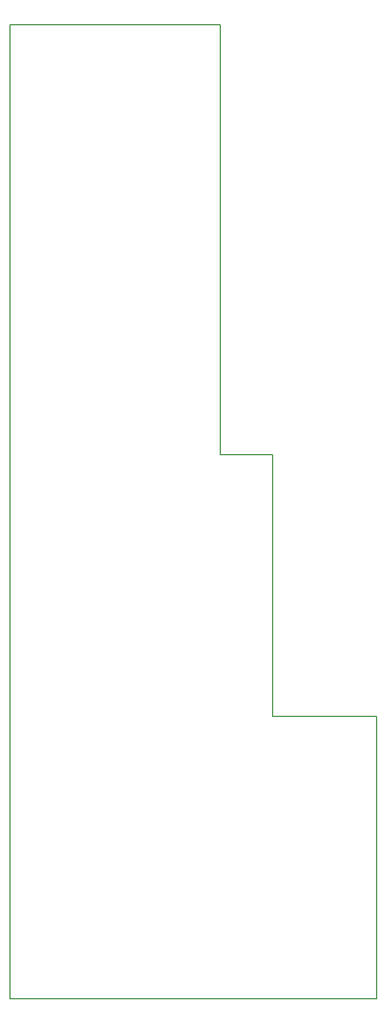
<source format=gm1>
G04*
G04 #@! TF.GenerationSoftware,Altium Limited,Altium Designer,22.10.1 (41)*
G04*
G04 Layer_Color=16711935*
%FSLAX25Y25*%
%MOIN*%
G70*
G04*
G04 #@! TF.SameCoordinates,10B0A499-9DE9-419A-BA03-DC6469FBBFFB*
G04*
G04*
G04 #@! TF.FilePolarity,Positive*
G04*
G01*
G75*
%ADD10C,0.00787*%
D10*
X149067Y225008D02*
X207923D01*
Y220500D02*
Y225008D01*
X0Y65000D02*
Y614500D01*
Y65000D02*
X207921D01*
X207923D02*
Y220500D01*
X0Y614500D02*
Y617000D01*
X119346D01*
X119346Y373500D01*
X149066D01*
X207921Y65000D02*
X207923D01*
X149066Y373500D02*
X149067Y225004D01*
M02*

</source>
